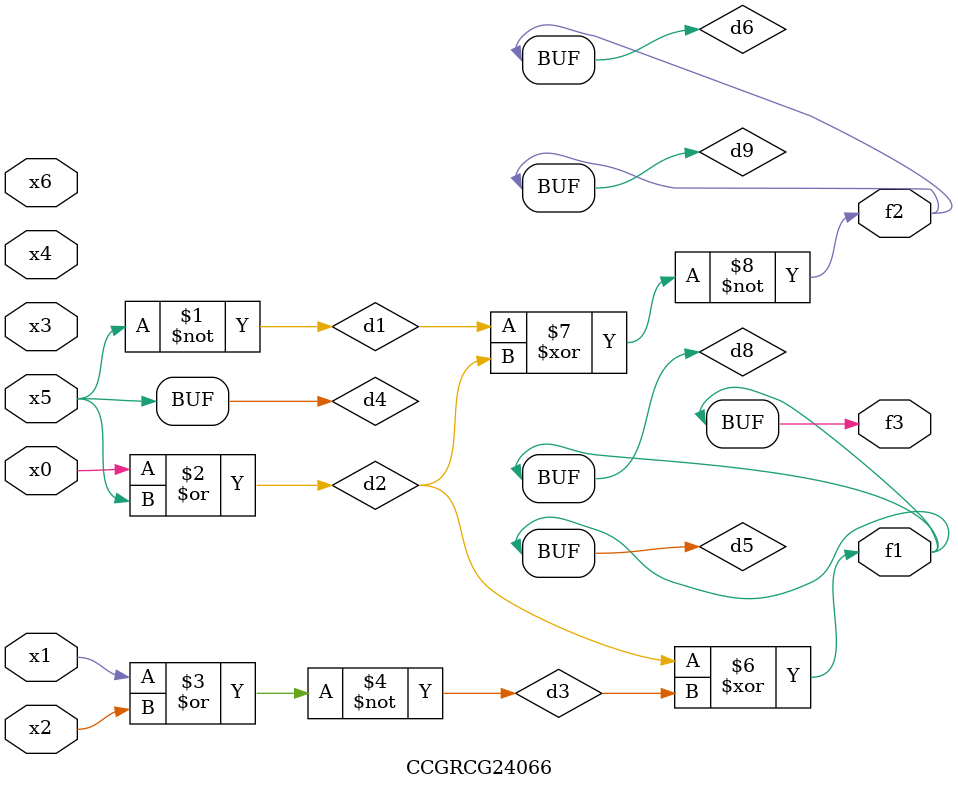
<source format=v>
module CCGRCG24066(
	input x0, x1, x2, x3, x4, x5, x6,
	output f1, f2, f3
);

	wire d1, d2, d3, d4, d5, d6, d7, d8, d9;

	nand (d1, x5);
	or (d2, x0, x5);
	nor (d3, x1, x2);
	xnor (d4, d1);
	xor (d5, d2, d3);
	xnor (d6, d1, d2);
	not (d7, x4);
	buf (d8, d5);
	xor (d9, d6);
	assign f1 = d8;
	assign f2 = d9;
	assign f3 = d8;
endmodule

</source>
